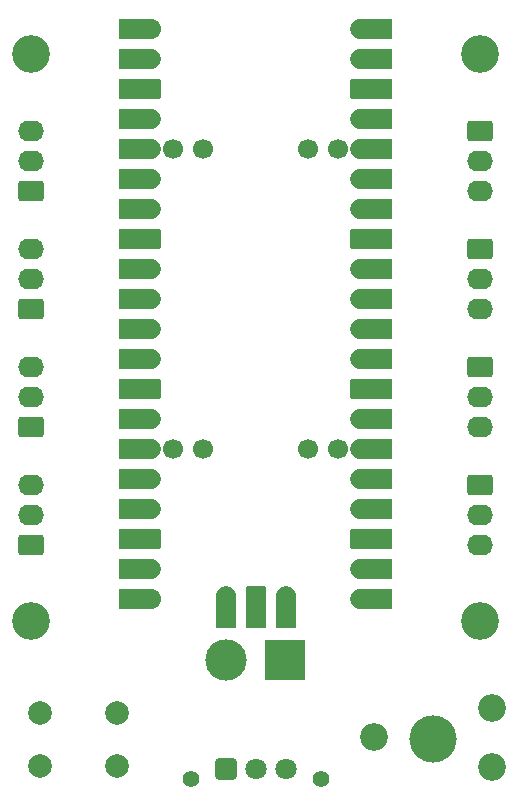
<source format=gbs>
%TF.GenerationSoftware,KiCad,Pcbnew,7.0.10-7.0.10~ubuntu22.04.1*%
%TF.CreationDate,2024-04-05T13:30:58+01:00*%
%TF.ProjectId,12v-jelly,3132762d-6a65-46c6-9c79-2e6b69636164,rev?*%
%TF.SameCoordinates,Original*%
%TF.FileFunction,Soldermask,Bot*%
%TF.FilePolarity,Negative*%
%FSLAX46Y46*%
G04 Gerber Fmt 4.6, Leading zero omitted, Abs format (unit mm)*
G04 Created by KiCad (PCBNEW 7.0.10-7.0.10~ubuntu22.04.1) date 2024-04-05 13:30:58*
%MOMM*%
%LPD*%
G01*
G04 APERTURE LIST*
G04 Aperture macros list*
%AMRoundRect*
0 Rectangle with rounded corners*
0 $1 Rounding radius*
0 $2 $3 $4 $5 $6 $7 $8 $9 X,Y pos of 4 corners*
0 Add a 4 corners polygon primitive as box body*
4,1,4,$2,$3,$4,$5,$6,$7,$8,$9,$2,$3,0*
0 Add four circle primitives for the rounded corners*
1,1,$1+$1,$2,$3*
1,1,$1+$1,$4,$5*
1,1,$1+$1,$6,$7*
1,1,$1+$1,$8,$9*
0 Add four rect primitives between the rounded corners*
20,1,$1+$1,$2,$3,$4,$5,0*
20,1,$1+$1,$4,$5,$6,$7,0*
20,1,$1+$1,$6,$7,$8,$9,0*
20,1,$1+$1,$8,$9,$2,$3,0*%
%AMFreePoly0*
4,1,20,-1.750000,0.850000,0.900000,0.850000,1.014750,0.842219,1.193119,0.797860,1.357783,0.716195,1.501041,0.601041,1.616195,0.457783,1.697860,0.293119,1.742219,0.114750,1.750000,0.000000,1.742219,-0.114750,1.697860,-0.293119,1.616195,-0.457783,1.501041,-0.601041,1.357783,-0.716195,1.193119,-0.797860,1.014750,-0.842219,0.900000,-0.850000,-1.750000,-0.850000,-1.750000,0.850000,
-1.750000,0.850000,$1*%
%AMFreePoly1*
4,1,13,-1.750000,0.850000,1.580000,0.850000,1.645056,0.837060,1.700208,0.800208,1.737060,0.745056,1.750000,0.680000,1.750000,-0.680000,1.737060,-0.745056,1.700208,-0.800208,1.645056,-0.837060,1.580000,-0.850000,-1.750000,-0.850000,-1.750000,0.850000,-1.750000,0.850000,$1*%
%AMFreePoly2*
4,1,21,-1.750000,0.000000,-1.742219,0.114750,-1.697860,0.293119,-1.616195,0.457783,-1.501041,0.601041,-1.357783,0.716195,-1.193119,0.797860,-1.014750,0.842219,-0.900000,0.850000,1.750000,0.850000,1.750000,-0.850000,-0.900000,-0.850000,-1.014750,-0.842219,-1.193119,-0.797860,-1.357783,-0.716195,-1.501041,-0.601041,-1.616195,-0.457783,-1.697860,-0.293119,-1.742219,-0.114750,-1.750000,0.000000,
-1.750000,0.000000,-1.750000,0.000000,$1*%
%AMFreePoly3*
4,1,13,-1.750000,0.680000,-1.737060,0.745056,-1.700208,0.800208,-1.645056,0.837060,-1.580000,0.850000,1.750000,0.850000,1.750000,-0.850000,-1.580000,-0.850000,-1.645056,-0.837060,-1.700208,-0.800208,-1.737060,-0.745056,-1.750000,-0.680000,-1.750000,0.680000,-1.750000,0.680000,$1*%
G04 Aperture macros list end*
%ADD10C,3.200000*%
%ADD11RoundRect,0.250000X-0.845000X0.620000X-0.845000X-0.620000X0.845000X-0.620000X0.845000X0.620000X0*%
%ADD12O,2.190000X1.740000*%
%ADD13C,1.700000*%
%ADD14RoundRect,0.250000X0.845000X-0.620000X0.845000X0.620000X-0.845000X0.620000X-0.845000X-0.620000X0*%
%ADD15C,2.000000*%
%ADD16RoundRect,0.248400X-0.651600X-0.651600X0.651600X-0.651600X0.651600X0.651600X-0.651600X0.651600X0*%
%ADD17C,1.800000*%
%ADD18C,4.000000*%
%ADD19C,2.340000*%
%ADD20FreePoly0,180.000000*%
%ADD21FreePoly1,180.000000*%
%ADD22FreePoly2,180.000000*%
%ADD23FreePoly3,180.000000*%
%ADD24FreePoly0,90.000000*%
%ADD25FreePoly1,90.000000*%
%ADD26C,1.400000*%
%ADD27R,3.500000X3.500000*%
%ADD28C,3.500000*%
G04 APERTURE END LIST*
D10*
%TO.C,H1*%
X61000000Y-24000000D03*
%TD*%
D11*
%TO.C,J6*%
X99000000Y-30460000D03*
D12*
X99000000Y-33000000D03*
X99000000Y-35540000D03*
%TD*%
D13*
%TO.C,U3*%
X73015000Y-57450000D03*
X75555000Y-57450000D03*
X84445000Y-57450000D03*
X86985000Y-57450000D03*
X73015000Y-32050000D03*
X75555000Y-32050000D03*
X84445000Y-32050000D03*
X86985000Y-32050000D03*
%TD*%
D14*
%TO.C,J8*%
X61000000Y-45540000D03*
D12*
X61000000Y-43000000D03*
X61000000Y-40460000D03*
%TD*%
D10*
%TO.C,H3*%
X61000000Y-72000000D03*
%TD*%
%TO.C,H2*%
X99000000Y-24000000D03*
%TD*%
D15*
%TO.C,SW2*%
X68250000Y-84250000D03*
X61750000Y-84250000D03*
X68250000Y-79750000D03*
X61750000Y-79750000D03*
%TD*%
D11*
%TO.C,J5*%
X99000000Y-40460000D03*
D12*
X99000000Y-43000000D03*
X99000000Y-45540000D03*
%TD*%
D14*
%TO.C,J9*%
X61000000Y-55540000D03*
D12*
X61000000Y-53000000D03*
X61000000Y-50460000D03*
%TD*%
D14*
%TO.C,J7*%
X61000000Y-35540000D03*
D12*
X61000000Y-33000000D03*
X61000000Y-30460000D03*
%TD*%
D14*
%TO.C,J10*%
X61000000Y-65540000D03*
D12*
X61000000Y-63000000D03*
X61000000Y-60460000D03*
%TD*%
D11*
%TO.C,J4*%
X98980000Y-50460000D03*
D12*
X98980000Y-53000000D03*
X98980000Y-55540000D03*
%TD*%
D11*
%TO.C,J3*%
X99000000Y-60460000D03*
D12*
X99000000Y-63000000D03*
X99000000Y-65540000D03*
%TD*%
D16*
%TO.C,U4*%
X77460000Y-84500000D03*
D17*
X80000000Y-84500000D03*
X82540000Y-84500000D03*
%TD*%
D10*
%TO.C,H4*%
X99000000Y-72000000D03*
%TD*%
D18*
%TO.C,RV1*%
X95000000Y-82000000D03*
D19*
X100000000Y-79350000D03*
X90000000Y-81850000D03*
X100000000Y-84350000D03*
%TD*%
D13*
%TO.C,U2*%
X88890000Y-21870000D03*
D20*
X89790000Y-21870000D03*
X89790000Y-24410000D03*
D21*
X89790000Y-26950000D03*
D20*
X89790000Y-29490000D03*
X89790000Y-32030000D03*
X89790000Y-34570000D03*
X89790000Y-37110000D03*
D21*
X89790000Y-39650000D03*
D20*
X89790000Y-42190000D03*
X89790000Y-44730000D03*
X89790000Y-47270000D03*
X89790000Y-49810000D03*
D21*
X89790000Y-52350000D03*
D20*
X89790000Y-54890000D03*
X89790000Y-57430000D03*
X89790000Y-59970000D03*
X89790000Y-62510000D03*
D21*
X89790000Y-65050000D03*
D20*
X89790000Y-67590000D03*
D13*
X88890000Y-70130000D03*
D20*
X89790000Y-70130000D03*
D13*
X71110000Y-70130000D03*
D22*
X70210000Y-70130000D03*
X70210000Y-67590000D03*
D23*
X70210000Y-65050000D03*
D22*
X70210000Y-62510000D03*
X70210000Y-59970000D03*
X70210000Y-57430000D03*
X70210000Y-54890000D03*
D23*
X70210000Y-52350000D03*
D22*
X70210000Y-49810000D03*
X70210000Y-47270000D03*
X70210000Y-44730000D03*
X70210000Y-42190000D03*
D23*
X70210000Y-39650000D03*
D22*
X70210000Y-37110000D03*
X70210000Y-34570000D03*
X70210000Y-32030000D03*
X70210000Y-29490000D03*
D23*
X70210000Y-26950000D03*
D22*
X70210000Y-24410000D03*
D13*
X71110000Y-21870000D03*
D22*
X70210000Y-21870000D03*
D24*
X82540000Y-70800000D03*
D25*
X80000000Y-70800000D03*
D24*
X77460000Y-70800000D03*
%TD*%
D26*
%TO.C,J1*%
X74500000Y-85325000D03*
X85500000Y-85325000D03*
D27*
X82500000Y-75325000D03*
D28*
X77500000Y-75325000D03*
%TD*%
M02*

</source>
